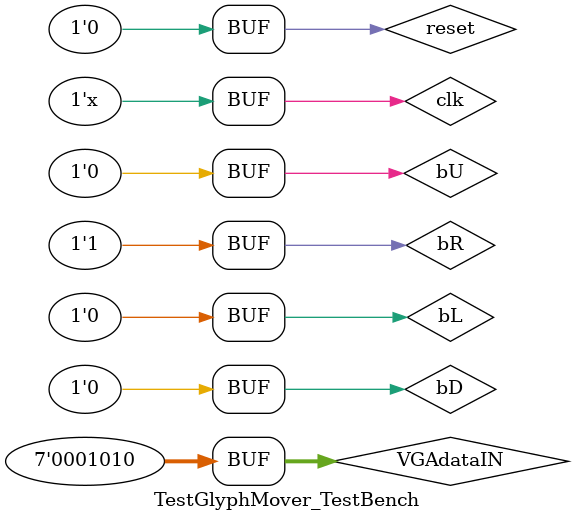
<source format=v>
`timescale 1ns / 1ps


module TestGlyphMover_TestBench;

	// Inputs
	reg clk;
	reg reset;
	reg bR;
	reg bL;
	reg bU;
	reg bD;
	reg [6:0] VGAdataIN;

	// Outputs
	wire VGAwriteEn;
	wire [6:0] writeData;
	wire [13:0] addr;

	// Instantiate the Unit Under Test (UUT)
	TestGlyphMover uut (
		.clk(clk), 
		.reset(reset), 
		.bR(bR), 
		.bL(bL), 
		.bU(bU), 
		.bD(bD), 
		.VGAdataIN(VGAdataIN), 
		.VGAwriteEn(VGAwriteEn), 
		.writeData(writeData), 
		.addr(addr)
	);

	initial begin
		// Initialize Inputs
		clk = 0;
		reset = 1;
		bR = 0;
		bL = 0;
		bU = 0;
		bD = 0;
		VGAdataIN = 0;

		// Wait 100 ns for global reset to finish
		#10;
		reset = 0;
        
		// Add stimulus here
		bR = 1;
		VGAdataIN = 6'd10;
	end
	always #1 clk = ~clk;
endmodule


</source>
